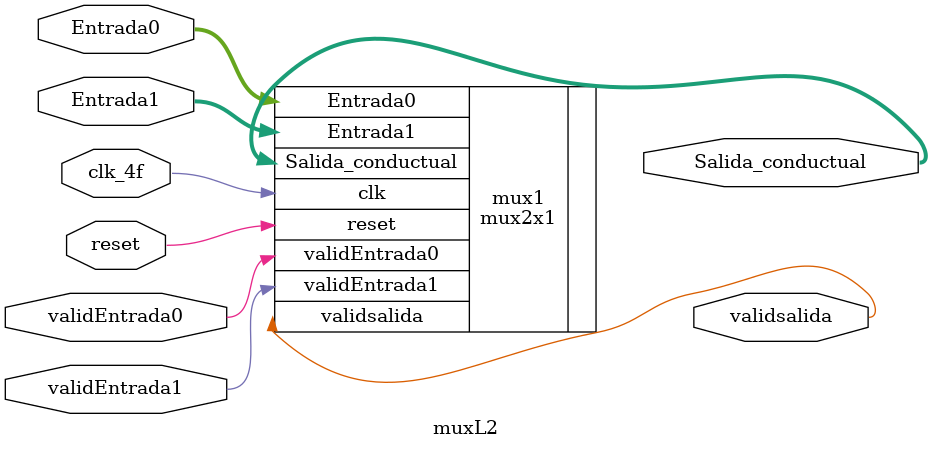
<source format=v>

    
module muxL2(
    output [7:0]Salida_conductual,
    output validsalida,
    input [7:0]Entrada0,
    input [7:0]Entrada1,
    input validEntrada0,
    input validEntrada1,
    input clk_4f,
    input reset);

    mux2x1 mux1(
        //Salidas
        .Salida_conductual  (Salida_conductual[7:0]),  
        .validsalida (validsalida),
        //Entradas
        .Entrada0    (Entrada0[7:0]),
        .Entrada1   (Entrada1[7:0]),
        .validEntrada0   (validEntrada0),
        .validEntrada1    (validEntrada1),
        .clk       (clk_4f),
        .reset     (reset)
    );
endmodule
</source>
